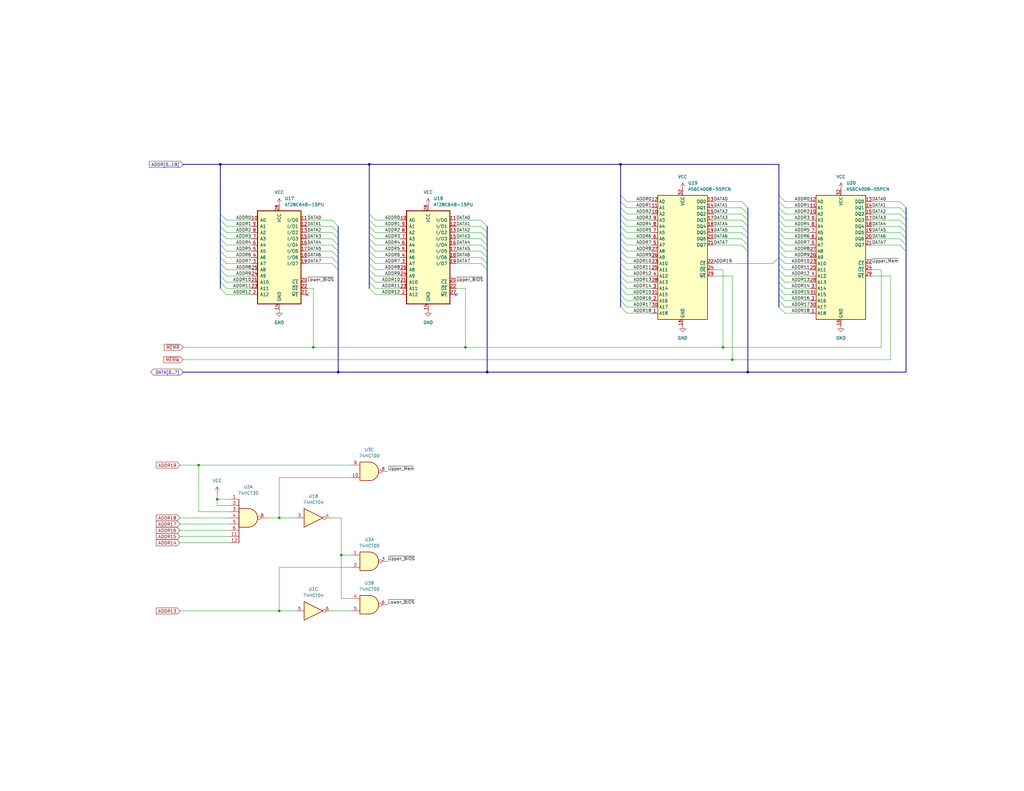
<source format=kicad_sch>
(kicad_sch (version 20231120) (generator "eeschema") (generator_version "8.0")
  (paper "User" 419.1 323.85)
  (title_block (title "8088 Breadboard Computer") (date "2024-11-13") (rev "A") (company "St. Lawrence University") (comment 1 "Author: Kevin Angstadt"))
  (lib_symbols
    (symbol "74xx:74HCT00" (pin_names (offset 1.016))
      (property "Reference" "U" (at 0 1.27 0))
      (property "Value" "74HCT00" (at 0 -1.27 0))
      (symbol "74HCT00_1_1"
        (arc (start 0 -3.81) (mid 3.7934 0) (end 0 3.81) (stroke (width 0.254)) (fill (type background)))
        (polyline (pts (xy 0 3.81) (xy -3.81 3.81) (xy -3.81 -3.81) (xy 0 -3.81)) (stroke (width 0.254)) (fill (type background)))
        (pin input line (at -7.62 2.54 0) (length 3.81) (name "~") (number "1"))
        (pin input line (at -7.62 -2.54 0) (length 3.81) (name "~") (number "2"))
        (pin output inverted (at 7.62 0 180) (length 3.81) (name "~") (number "3"))
      )
      (symbol "74HCT00_1_2"
        (arc (start -3.81 -3.81) (mid -2.589 0) (end -3.81 3.81) (stroke (width 0.254)))
        (arc (start -0.6096 -3.81) (mid 2.1842 -2.5851) (end 3.81 0) (stroke (width 0.254)) (fill (type background)))
        (polyline (pts (xy -3.81 -3.81) (xy -0.635 -3.81)) (stroke (width 0.254)) (fill (type background)))
        (polyline (pts (xy -3.81 3.81) (xy -0.635 3.81)) (stroke (width 0.254)) (fill (type background)))
        (polyline (pts (xy -0.635 3.81) (xy -3.81 3.81) (xy -3.81 3.81) (xy -3.556 3.4036) (xy -3.0226 2.2606) (xy -2.6924 1.0414) (xy -2.6162 -0.254) (xy -2.7686 -1.4986) (xy -3.175 -2.7178) (xy -3.81 -3.81) (xy -3.81 -3.81) (xy -0.635 -3.81)) (stroke (width -25.4)) (fill (type background)))
        (arc (start 3.81 0) (mid 2.1915 2.5936) (end -0.6096 3.81) (stroke (width 0.254)) (fill (type background)))
        (pin input inverted (at -7.62 2.54 0) (length 4.318) (name "~") (number "1"))
        (pin input inverted (at -7.62 -2.54 0) (length 4.318) (name "~") (number "2"))
        (pin output line (at 7.62 0 180) (length 3.81) (name "~") (number "3"))
      )
      (symbol "74HCT00_2_1"
        (arc (start 0 -3.81) (mid 3.7934 0) (end 0 3.81) (stroke (width 0.254)) (fill (type background)))
        (polyline (pts (xy 0 3.81) (xy -3.81 3.81) (xy -3.81 -3.81) (xy 0 -3.81)) (stroke (width 0.254)) (fill (type background)))
        (pin input line (at -7.62 2.54 0) (length 3.81) (name "~") (number "4"))
        (pin input line (at -7.62 -2.54 0) (length 3.81) (name "~") (number "5"))
        (pin output inverted (at 7.62 0 180) (length 3.81) (name "~") (number "6"))
      )
      (symbol "74HCT00_2_2"
        (arc (start -3.81 -3.81) (mid -2.589 0) (end -3.81 3.81) (stroke (width 0.254)))
        (arc (start -0.6096 -3.81) (mid 2.1842 -2.5851) (end 3.81 0) (stroke (width 0.254)) (fill (type background)))
        (polyline (pts (xy -3.81 -3.81) (xy -0.635 -3.81)) (stroke (width 0.254)) (fill (type background)))
        (polyline (pts (xy -3.81 3.81) (xy -0.635 3.81)) (stroke (width 0.254)) (fill (type background)))
        (polyline (pts (xy -0.635 3.81) (xy -3.81 3.81) (xy -3.81 3.81) (xy -3.556 3.4036) (xy -3.0226 2.2606) (xy -2.6924 1.0414) (xy -2.6162 -0.254) (xy -2.7686 -1.4986) (xy -3.175 -2.7178) (xy -3.81 -3.81) (xy -3.81 -3.81) (xy -0.635 -3.81)) (stroke (width -25.4)) (fill (type background)))
        (arc (start 3.81 0) (mid 2.1915 2.5936) (end -0.6096 3.81) (stroke (width 0.254)) (fill (type background)))
        (pin input inverted (at -7.62 2.54 0) (length 4.318) (name "~") (number "4"))
        (pin input inverted (at -7.62 -2.54 0) (length 4.318) (name "~") (number "5"))
        (pin output line (at 7.62 0 180) (length 3.81) (name "~") (number "6"))
      )
      (symbol "74HCT00_3_1"
        (arc (start 0 -3.81) (mid 3.7934 0) (end 0 3.81) (stroke (width 0.254)) (fill (type background)))
        (polyline (pts (xy 0 3.81) (xy -3.81 3.81) (xy -3.81 -3.81) (xy 0 -3.81)) (stroke (width 0.254)) (fill (type background)))
        (pin input line (at -7.62 -2.54 0) (length 3.81) (name "~") (number "10"))
        (pin output inverted (at 7.62 0 180) (length 3.81) (name "~") (number "8"))
        (pin input line (at -7.62 2.54 0) (length 3.81) (name "~") (number "9"))
      )
      (symbol "74HCT00_3_2"
        (arc (start -3.81 -3.81) (mid -2.589 0) (end -3.81 3.81) (stroke (width 0.254)))
        (arc (start -0.6096 -3.81) (mid 2.1842 -2.5851) (end 3.81 0) (stroke (width 0.254)) (fill (type background)))
        (polyline (pts (xy -3.81 -3.81) (xy -0.635 -3.81)) (stroke (width 0.254)) (fill (type background)))
        (polyline (pts (xy -3.81 3.81) (xy -0.635 3.81)) (stroke (width 0.254)) (fill (type background)))
        (polyline (pts (xy -0.635 3.81) (xy -3.81 3.81) (xy -3.81 3.81) (xy -3.556 3.4036) (xy -3.0226 2.2606) (xy -2.6924 1.0414) (xy -2.6162 -0.254) (xy -2.7686 -1.4986) (xy -3.175 -2.7178) (xy -3.81 -3.81) (xy -3.81 -3.81) (xy -0.635 -3.81)) (stroke (width -25.4)) (fill (type background)))
        (arc (start 3.81 0) (mid 2.1915 2.5936) (end -0.6096 3.81) (stroke (width 0.254)) (fill (type background)))
        (pin input inverted (at -7.62 -2.54 0) (length 4.318) (name "~") (number "10"))
        (pin output line (at 7.62 0 180) (length 3.81) (name "~") (number "8"))
        (pin input inverted (at -7.62 2.54 0) (length 4.318) (name "~") (number "9"))
      )
      (symbol "74HCT00_4_1"
        (arc (start 0 -3.81) (mid 3.7934 0) (end 0 3.81) (stroke (width 0.254)) (fill (type background)))
        (polyline (pts (xy 0 3.81) (xy -3.81 3.81) (xy -3.81 -3.81) (xy 0 -3.81)) (stroke (width 0.254)) (fill (type background)))
        (pin output inverted (at 7.62 0 180) (length 3.81) (name "~") (number "11"))
        (pin input line (at -7.62 2.54 0) (length 3.81) (name "~") (number "12"))
        (pin input line (at -7.62 -2.54 0) (length 3.81) (name "~") (number "13"))
      )
      (symbol "74HCT00_4_2"
        (arc (start -3.81 -3.81) (mid -2.589 0) (end -3.81 3.81) (stroke (width 0.254)))
        (arc (start -0.6096 -3.81) (mid 2.1842 -2.5851) (end 3.81 0) (stroke (width 0.254)) (fill (type background)))
        (polyline (pts (xy -3.81 -3.81) (xy -0.635 -3.81)) (stroke (width 0.254)) (fill (type background)))
        (polyline (pts (xy -3.81 3.81) (xy -0.635 3.81)) (stroke (width 0.254)) (fill (type background)))
        (polyline (pts (xy -0.635 3.81) (xy -3.81 3.81) (xy -3.81 3.81) (xy -3.556 3.4036) (xy -3.0226 2.2606) (xy -2.6924 1.0414) (xy -2.6162 -0.254) (xy -2.7686 -1.4986) (xy -3.175 -2.7178) (xy -3.81 -3.81) (xy -3.81 -3.81) (xy -0.635 -3.81)) (stroke (width -25.4)) (fill (type background)))
        (arc (start 3.81 0) (mid 2.1915 2.5936) (end -0.6096 3.81) (stroke (width 0.254)) (fill (type background)))
        (pin output line (at 7.62 0 180) (length 3.81) (name "~") (number "11"))
        (pin input inverted (at -7.62 2.54 0) (length 4.318) (name "~") (number "12"))
        (pin input inverted (at -7.62 -2.54 0) (length 4.318) (name "~") (number "13"))
      )
      (symbol "74HCT00_5_0"
        (pin power_in line (at 0 12.7 270) (length 5.08) (name "VCC") (number "14"))
        (pin power_in line (at 0 -12.7 90) (length 5.08) (name "GND") (number "7"))
      )
      (symbol "74HCT00_5_1"
        (rectangle (start -5.08 7.62) (end 5.08 -7.62) (stroke (width 0.254)) (fill (type background)))
      )
    )
    (symbol "74xx:74HCT04"
      (property "Reference" "U" (at 0 1.27 0))
      (property "Value" "74HCT04" (at 0 -1.27 0))
      (symbol "74HCT04_1_0"
        (polyline (pts (xy -3.81 3.81) (xy -3.81 -3.81) (xy 3.81 0) (xy -3.81 3.81)) (stroke (width 0.254)) (fill (type background)))
        (pin input line (at -7.62 0 0) (length 3.81) (name "~") (number "1"))
        (pin output inverted (at 7.62 0 180) (length 3.81) (name "~") (number "2"))
      )
      (symbol "74HCT04_2_0"
        (polyline (pts (xy -3.81 3.81) (xy -3.81 -3.81) (xy 3.81 0) (xy -3.81 3.81)) (stroke (width 0.254)) (fill (type background)))
        (pin input line (at -7.62 0 0) (length 3.81) (name "~") (number "3"))
        (pin output inverted (at 7.62 0 180) (length 3.81) (name "~") (number "4"))
      )
      (symbol "74HCT04_3_0"
        (polyline (pts (xy -3.81 3.81) (xy -3.81 -3.81) (xy 3.81 0) (xy -3.81 3.81)) (stroke (width 0.254)) (fill (type background)))
        (pin input line (at -7.62 0 0) (length 3.81) (name "~") (number "5"))
        (pin output inverted (at 7.62 0 180) (length 3.81) (name "~") (number "6"))
      )
      (symbol "74HCT04_4_0"
        (polyline (pts (xy -3.81 3.81) (xy -3.81 -3.81) (xy 3.81 0) (xy -3.81 3.81)) (stroke (width 0.254)) (fill (type background)))
        (pin output inverted (at 7.62 0 180) (length 3.81) (name "~") (number "8"))
        (pin input line (at -7.62 0 0) (length 3.81) (name "~") (number "9"))
      )
      (symbol "74HCT04_5_0"
        (polyline (pts (xy -3.81 3.81) (xy -3.81 -3.81) (xy 3.81 0) (xy -3.81 3.81)) (stroke (width 0.254)) (fill (type background)))
        (pin output inverted (at 7.62 0 180) (length 3.81) (name "~") (number "10"))
        (pin input line (at -7.62 0 0) (length 3.81) (name "~") (number "11"))
      )
      (symbol "74HCT04_6_0"
        (polyline (pts (xy -3.81 3.81) (xy -3.81 -3.81) (xy 3.81 0) (xy -3.81 3.81)) (stroke (width 0.254)) (fill (type background)))
        (pin output inverted (at 7.62 0 180) (length 3.81) (name "~") (number "12"))
        (pin input line (at -7.62 0 0) (length 3.81) (name "~") (number "13"))
      )
      (symbol "74HCT04_7_0"
        (pin power_in line (at 0 12.7 270) (length 5.08) (name "VCC") (number "14"))
        (pin power_in line (at 0 -12.7 90) (length 5.08) (name "GND") (number "7"))
      )
      (symbol "74HCT04_7_1"
        (rectangle (start -5.08 7.62) (end 5.08 -7.62) (stroke (width 0.254)) (fill (type background)))
      )
    )
    (symbol "8088_Library:74HCT30" (pin_names (offset 1.016))
      (property "Reference" "U" (at 0 1.27 0))
      (property "Value" "74HCT30" (at 0 -1.27 0))
      (symbol "74HCT30_1_1"
        (arc (start 0 -3.81) (mid 3.7934 0) (end 0 3.81) (stroke (width 0.254)) (fill (type background)))
        (polyline (pts (xy -3.81 7.62) (xy -3.81 -10.16)) (stroke (width 0.254)))
        (polyline (pts (xy 0 3.81) (xy -3.81 3.81) (xy -3.81 -3.81) (xy 0 -3.81)) (stroke (width 0.254)) (fill (type background)))
        (pin input line (at -7.62 7.62 0) (length 3.81) (name "~") (number "1"))
        (pin input line (at -7.62 -7.62 0) (length 3.81) (name "~") (number "11"))
        (pin input line (at -7.62 -10.16 0) (length 3.81) (name "~") (number "12"))
        (pin input line (at -7.62 5.08 0) (length 3.81) (name "~") (number "2"))
        (pin input line (at -7.62 2.54 0) (length 3.81) (name "~") (number "3"))
        (pin input line (at -7.62 0 0) (length 3.81) (name "~") (number "4"))
        (pin input line (at -7.62 -2.54 0) (length 3.81) (name "~") (number "5"))
        (pin input line (at -7.62 -5.08 0) (length 3.81) (name "~") (number "6"))
        (pin output inverted (at 7.62 0 180) (length 3.81) (name "~") (number "8"))
      )
      (symbol "74HCT30_1_2"
        (arc (start -3.81 -3.81) (mid -2.589 0) (end -3.81 3.81) (stroke (width 0.254)))
        (arc (start -0.6096 -3.81) (mid 2.1842 -2.5851) (end 3.81 0) (stroke (width 0.254)) (fill (type background)))
        (polyline (pts (xy -3.81 -3.81) (xy -3.81 -10.16)) (stroke (width 0.254)))
        (polyline (pts (xy -3.81 -3.81) (xy -0.635 -3.81)) (stroke (width 0.254)) (fill (type background)))
        (polyline (pts (xy -3.81 3.81) (xy -0.635 3.81)) (stroke (width 0.254)) (fill (type background)))
        (polyline (pts (xy -3.81 7.62) (xy -3.81 3.81)) (stroke (width 0.254)))
        (polyline (pts (xy -0.635 3.81) (xy -3.81 3.81) (xy -3.81 3.81) (xy -3.556 3.4036) (xy -3.0226 2.2606) (xy -2.6924 1.0414) (xy -2.6162 -0.254) (xy -2.7686 -1.4986) (xy -3.175 -2.7178) (xy -3.81 -3.81) (xy -3.81 -3.81) (xy -0.635 -3.81)) (stroke (width -25.4)) (fill (type background)))
        (arc (start 3.81 0) (mid 2.1915 2.5936) (end -0.6096 3.81) (stroke (width 0.254)) (fill (type background)))
        (pin input inverted (at -7.62 7.62 0) (length 3.81) (name "~") (number "1"))
        (pin input inverted (at -7.62 -7.62 0) (length 3.81) (name "~") (number "11"))
        (pin input inverted (at -7.62 -10.16 0) (length 3.81) (name "~") (number "12"))
        (pin input inverted (at -7.62 5.08 0) (length 3.81) (name "~") (number "2"))
        (pin input inverted (at -7.62 2.54 0) (length 4.5466) (name "~") (number "3"))
        (pin input inverted (at -7.62 0 0) (length 5.08) (name "~") (number "4"))
        (pin input inverted (at -7.62 -2.54 0) (length 4.5466) (name "~") (number "5"))
        (pin input inverted (at -7.62 -5.08 0) (length 3.81) (name "~") (number "6"))
        (pin output line (at 7.62 0 180) (length 3.81) (name "~") (number "8"))
      )
      (symbol "74HCT30_2_0"
        (pin power_in line (at 0 12.7 270) (length 5.08) (name "VCC") (number "14"))
        (pin power_in line (at 0 -12.7 90) (length 5.08) (name "GND") (number "7"))
      )
      (symbol "74HCT30_2_1"
        (rectangle (start -5.08 7.62) (end 5.08 -7.62) (stroke (width 0.254)) (fill (type background)))
      )
    )
    (symbol "8088_Library:AS6C4008-55PCN"
      (property "Reference" "U" (at -10.16 26.035 0))
      (property "Value" "AS6C4008-55PCN" (at 2.54 26.035 0))
      (symbol "AS6C4008-55PCN_0_0"
        (pin power_in line (at 0 -27.94 90) (length 2.54) (name "GND") (number "16"))
        (pin power_in line (at 0 27.94 270) (length 2.54) (name "VCC") (number "32"))
      )
      (symbol "AS6C4008-55PCN_0_1"
        (rectangle (start -10.16 25.4) (end 10.16 -25.4) (stroke (width 0.254)) (fill (type background)))
      )
      (symbol "AS6C4008-55PCN_1_1"
        (pin input line (at -12.7 -22.86 0) (length 2.54) (name "A18") (number "1"))
        (pin input line (at -12.7 17.78 0) (length 2.54) (name "A2") (number "10"))
        (pin input line (at -12.7 20.32 0) (length 2.54) (name "A1") (number "11"))
        (pin input line (at -12.7 22.86 0) (length 2.54) (name "A0") (number "12"))
        (pin tri_state line (at 12.7 22.86 180) (length 2.54) (name "DQ0") (number "13"))
        (pin tri_state line (at 12.7 20.32 180) (length 2.54) (name "DQ1") (number "14"))
        (pin tri_state line (at 12.7 17.78 180) (length 2.54) (name "DQ2") (number "15"))
        (pin tri_state line (at 12.7 15.24 180) (length 2.54) (name "DQ3") (number "17"))
        (pin tri_state line (at 12.7 12.7 180) (length 2.54) (name "DQ4") (number "18"))
        (pin tri_state line (at 12.7 10.16 180) (length 2.54) (name "DQ5") (number "19"))
        (pin input line (at -12.7 -17.78 0) (length 2.54) (name "A16") (number "2"))
        (pin tri_state line (at 12.7 7.62 180) (length 2.54) (name "DQ6") (number "20"))
        (pin tri_state line (at 12.7 5.08 180) (length 2.54) (name "DQ7") (number "21"))
        (pin input line (at 12.7 -2.54 180) (length 2.54) (name "~{CE}") (number "22"))
        (pin input line (at -12.7 -2.54 0) (length 2.54) (name "A10") (number "23"))
        (pin input line (at 12.7 -5.08 180) (length 2.54) (name "~{OE}") (number "24"))
        (pin input line (at -12.7 -5.08 0) (length 2.54) (name "A11") (number "25"))
        (pin input line (at -12.7 0 0) (length 2.54) (name "A9") (number "26"))
        (pin input line (at -12.7 2.54 0) (length 2.54) (name "A8") (number "27"))
        (pin input line (at -12.7 -10.16 0) (length 2.54) (name "A13") (number "28"))
        (pin input line (at 12.7 -7.62 180) (length 2.54) (name "~{WE}") (number "29"))
        (pin input line (at -12.7 -12.7 0) (length 2.54) (name "A14") (number "3"))
        (pin input line (at -12.7 -20.32 0) (length 2.54) (name "A17") (number "30"))
        (pin input line (at -12.7 -15.24 0) (length 2.54) (name "A15") (number "31"))
        (pin input line (at -12.7 -7.62 0) (length 2.54) (name "A12") (number "4"))
        (pin input line (at -12.7 5.08 0) (length 2.54) (name "A7") (number "5"))
        (pin input line (at -12.7 7.62 0) (length 2.54) (name "A6") (number "6"))
        (pin input line (at -12.7 10.16 0) (length 2.54) (name "A5") (number "7"))
        (pin input line (at -12.7 12.7 0) (length 2.54) (name "A4") (number "8"))
        (pin input line (at -12.7 15.24 0) (length 2.54) (name "A3") (number "9"))
      )
    )
    (symbol "8088_Library:AT28C64B-15PU" (pin_names (offset 1.016))
      (property "Reference" "U" (at -9.144 20.32 0))
      (property "Value" "AT28C64B-15PU" (at 1.778 20.32 0))
      (symbol "AT28C64B-15PU_0_0"
        (rectangle (start -8.89 19.05) (end 8.89 -19.05) (stroke (width 0.41)) (fill (type background)))
      )
      (symbol "AT28C64B-15PU_1_0"
        (pin no_connect line (at 11.43 -7.62 180) (length 2.54) hide (name "NC") (number "1"))
        (pin input line (at -11.43 15.24 0) (length 2.54) (name "A0") (number "10"))
        (pin bidirectional line (at 11.43 15.24 180) (length 2.54) (name "I/O0") (number "11"))
        (pin bidirectional line (at 11.43 12.7 180) (length 2.54) (name "I/O1") (number "12"))
        (pin bidirectional line (at 11.43 10.16 180) (length 2.54) (name "I/O2") (number "13"))
        (pin power_in line (at 0 -21.59 90) (length 2.54) (name "GND") (number "14"))
        (pin bidirectional line (at 11.43 7.62 180) (length 2.54) (name "I/O3") (number "15"))
        (pin bidirectional line (at 11.43 5.08 180) (length 2.54) (name "I/O4") (number "16"))
        (pin bidirectional line (at 11.43 2.54 180) (length 2.54) (name "I/O5") (number "17"))
        (pin bidirectional line (at 11.43 0 180) (length 2.54) (name "I/O6") (number "18"))
        (pin bidirectional line (at 11.43 -2.54 180) (length 2.54) (name "I/O7") (number "19"))
        (pin input line (at -11.43 -15.24 0) (length 2.54) (name "A12") (number "2"))
        (pin input line (at 11.43 -10.16 180) (length 2.54) (name "~{CE}") (number "20"))
        (pin input line (at -11.43 -10.16 0) (length 2.54) (name "A10") (number "21"))
        (pin input line (at 11.43 -12.7 180) (length 2.54) (name "~{OE}") (number "22"))
        (pin input line (at -11.43 -12.7 0) (length 2.54) (name "A11") (number "23"))
        (pin input line (at -11.43 -7.62 0) (length 2.54) (name "A9") (number "24"))
        (pin input line (at -11.43 -5.08 0) (length 2.54) (name "A8") (number "25"))
        (pin no_connect line (at 11.43 -5.08 180) (length 2.54) hide (name "NC") (number "26"))
        (pin input line (at 11.43 -15.24 180) (length 2.54) (name "~{WE}") (number "27"))
        (pin power_in line (at 0 21.59 270) (length 2.54) (name "VCC") (number "28"))
        (pin input line (at -11.43 -2.54 0) (length 2.54) (name "A7") (number "3"))
        (pin input line (at -11.43 0 0) (length 2.54) (name "A6") (number "4"))
        (pin input line (at -11.43 2.54 0) (length 2.54) (name "A5") (number "5"))
        (pin input line (at -11.43 5.08 0) (length 2.54) (name "A4") (number "6"))
        (pin input line (at -11.43 7.62 0) (length 2.54) (name "A3") (number "7"))
        (pin input line (at -11.43 10.16 0) (length 2.54) (name "A2") (number "8"))
        (pin input line (at -11.43 12.7 0) (length 2.54) (name "A1") (number "9"))
      )
    )
    (symbol "power:GND" (power) (pin_numbers hide) (pin_names (offset 0) hide)
      (property "Value" "GND" (at 0 -3.81 0))
      (symbol "GND_0_1"
        (polyline (pts (xy 0 0) (xy 0 -1.27) (xy 1.27 -1.27) (xy 0 -2.54) (xy -1.27 -1.27) (xy 0 -1.27)))
      )
      (symbol "GND_1_1"
        (pin power_in line (at 0 0 270) (length 0) (name "~") (number "1"))
      )
    )
    (symbol "power:VCC" (power) (pin_numbers hide) (pin_names (offset 0) hide)
      (property "Value" "VCC" (at 0 3.556 0))
      (symbol "VCC_0_1"
        (polyline (pts (xy -0.762 1.27) (xy 0 2.54)))
        (polyline (pts (xy 0 0) (xy 0 2.54)))
        (polyline (pts (xy 0 2.54) (xy 0.762 1.27)))
      )
      (symbol "VCC_1_1"
        (pin power_in line (at 0 0 90) (length 0) (name "~") (number "1"))
      )
    )
  )
  (junction (at 81.28 190.5))
  (junction (at 306.07 152.4))
  (junction (at 295.91 142.24))
  (junction (at 90.17 67.31))
  (junction (at 114.3 212.09))
  (junction (at 299.72 147.32))
  (junction (at 114.3 250.19))
  (junction (at 139.7 227.33))
  (junction (at 190.5 142.24))
  (junction (at 199.39 152.4))
  (junction (at 151.13 67.31))
  (junction (at 254 67.31))
  (junction (at 128.27 142.24))
  (junction (at 88.9 204.47))
  (junction (at 138.43 152.4))
  (no_connect (at 186.69 120.65))
  (no_connect (at 125.73 120.65))
  (bus_entry (at 370.84 97.79) (size -2.54 -2.54))
  (bus_entry (at 151.13 102.87) (size 2.54 2.54))
  (bus_entry (at 318.77 125.73) (size 2.54 2.54))
  (bus_entry (at 306.07 90.17) (size -2.54 -2.54))
  (bus_entry (at 254 87.63) (size 2.54 2.54))
  (bus_entry (at 138.43 92.71) (size -2.54 -2.54))
  (bus_entry (at 318.77 90.17) (size 2.54 2.54))
  (bus_entry (at 90.17 102.87) (size 2.54 2.54))
  (bus_entry (at 254 82.55) (size 2.54 2.54))
  (bus_entry (at 370.84 102.87) (size -2.54 -2.54))
  (bus_entry (at 254 125.73) (size 2.54 2.54))
  (bus_entry (at 90.17 87.63) (size 2.54 2.54))
  (bus_entry (at 254 100.33) (size 2.54 2.54))
  (bus_entry (at 151.13 97.79) (size 2.54 2.54))
  (bus_entry (at 318.77 100.33) (size 2.54 2.54))
  (bus_entry (at 90.17 92.71) (size 2.54 2.54))
  (bus_entry (at 90.17 118.11) (size 2.54 2.54))
  (bus_entry (at 151.13 107.95) (size 2.54 2.54))
  (bus_entry (at 254 80.01) (size 2.54 2.54))
  (bus_entry (at 318.77 102.87) (size 2.54 2.54))
  (bus_entry (at 90.17 107.95) (size 2.54 2.54))
  (bus_entry (at 151.13 90.17) (size 2.54 2.54))
  (bus_entry (at 151.13 115.57) (size 2.54 2.54))
  (bus_entry (at 254 85.09) (size 2.54 2.54))
  (bus_entry (at 254 92.71) (size 2.54 2.54))
  (bus_entry (at 306.07 102.87) (size -2.54 -2.54))
  (bus_entry (at 199.39 97.79) (size -2.54 -2.54))
  (bus_entry (at 90.17 90.17) (size 2.54 2.54))
  (bus_entry (at 151.13 92.71) (size 2.54 2.54))
  (bus_entry (at 306.07 92.71) (size -2.54 -2.54))
  (bus_entry (at 318.77 92.71) (size 2.54 2.54))
  (bus_entry (at 370.84 87.63) (size -2.54 -2.54))
  (bus_entry (at 254 123.19) (size 2.54 2.54))
  (bus_entry (at 318.77 113.03) (size 2.54 2.54))
  (bus_entry (at 318.77 95.25) (size 2.54 2.54))
  (bus_entry (at 306.07 97.79) (size -2.54 -2.54))
  (bus_entry (at 138.43 110.49) (size -2.54 -2.54))
  (bus_entry (at 254 105.41) (size 2.54 2.54))
  (bus_entry (at 151.13 105.41) (size 2.54 2.54))
  (bus_entry (at 318.77 105.41) (size 2.54 2.54))
  (bus_entry (at 138.43 100.33) (size -2.54 -2.54))
  (bus_entry (at 90.17 95.25) (size 2.54 2.54))
  (bus_entry (at 199.39 107.95) (size -2.54 -2.54))
  (bus_entry (at 318.77 97.79) (size 2.54 2.54))
  (bus_entry (at 254 90.17) (size 2.54 2.54))
  (bus_entry (at 254 107.95) (size 2.54 2.54))
  (bus_entry (at 199.39 95.25) (size -2.54 -2.54))
  (bus_entry (at 318.77 87.63) (size 2.54 2.54))
  (bus_entry (at 138.43 97.79) (size -2.54 -2.54))
  (bus_entry (at 370.84 95.25) (size -2.54 -2.54))
  (bus_entry (at 151.13 100.33) (size 2.54 2.54))
  (bus_entry (at 254 102.87) (size 2.54 2.54))
  (bus_entry (at 254 118.11) (size 2.54 2.54))
  (bus_entry (at 138.43 107.95) (size -2.54 -2.54))
  (bus_entry (at 318.77 82.55) (size 2.54 2.54))
  (bus_entry (at 90.17 113.03) (size 2.54 2.54))
  (bus_entry (at 138.43 105.41) (size -2.54 -2.54))
  (bus_entry (at 318.77 110.49) (size 2.54 2.54))
  (bus_entry (at 151.13 95.25) (size 2.54 2.54))
  (bus_entry (at 318.77 118.11) (size 2.54 2.54))
  (bus_entry (at 318.77 120.65) (size 2.54 2.54))
  (bus_entry (at 90.17 100.33) (size 2.54 2.54))
  (bus_entry (at 306.07 95.25) (size -2.54 -2.54))
  (bus_entry (at 199.39 100.33) (size -2.54 -2.54))
  (bus_entry (at 90.17 105.41) (size 2.54 2.54))
  (bus_entry (at 318.77 107.95) (size 2.54 2.54))
  (bus_entry (at 199.39 102.87) (size -2.54 -2.54))
  (bus_entry (at 151.13 118.11) (size 2.54 2.54))
  (bus_entry (at 151.13 113.03) (size 2.54 2.54))
  (bus_entry (at 199.39 110.49) (size -2.54 -2.54))
  (bus_entry (at 138.43 102.87) (size -2.54 -2.54))
  (bus_entry (at 318.77 80.01) (size 2.54 2.54))
  (bus_entry (at 151.13 110.49) (size 2.54 2.54))
  (bus_entry (at 370.84 92.71) (size -2.54 -2.54))
  (bus_entry (at 199.39 92.71) (size -2.54 -2.54))
  (bus_entry (at 306.07 100.33) (size -2.54 -2.54))
  (bus_entry (at 318.77 105.41) (size -2.54 2.54))
  (bus_entry (at 254 110.49) (size 2.54 2.54))
  (bus_entry (at 90.17 115.57) (size 2.54 2.54))
  (bus_entry (at 370.84 90.17) (size -2.54 -2.54))
  (bus_entry (at 90.17 97.79) (size 2.54 2.54))
  (bus_entry (at 254 115.57) (size 2.54 2.54))
  (bus_entry (at 306.07 85.09) (size -2.54 -2.54))
  (bus_entry (at 90.17 110.49) (size 2.54 2.54))
  (bus_entry (at 370.84 100.33) (size -2.54 -2.54))
  (bus_entry (at 318.77 123.19) (size 2.54 2.54))
  (bus_entry (at 254 120.65) (size 2.54 2.54))
  (bus_entry (at 151.13 87.63) (size 2.54 2.54))
  (bus_entry (at 306.07 87.63) (size -2.54 -2.54))
  (bus_entry (at 138.43 95.25) (size -2.54 -2.54))
  (bus_entry (at 254 113.03) (size 2.54 2.54))
  (bus_entry (at 318.77 115.57) (size 2.54 2.54))
  (bus_entry (at 199.39 105.41) (size -2.54 -2.54))
  (bus_entry (at 370.84 85.09) (size -2.54 -2.54))
  (bus_entry (at 318.77 85.09) (size 2.54 2.54))
  (bus_entry (at 254 95.25) (size 2.54 2.54))
  (bus_entry (at 254 97.79) (size 2.54 2.54))
  (wire (pts (xy 256.54 125.73) (xy 266.7 125.73)))
  (bus (pts (xy 306.07 100.33) (xy 306.07 102.87)))
  (bus (pts (xy 90.17 95.25) (xy 90.17 97.79)))
  (wire (pts (xy 321.31 120.65) (xy 331.47 120.65)))
  (bus (pts (xy 318.77 123.19) (xy 318.77 125.73)))
  (wire (pts (xy 364.49 113.03) (xy 356.87 113.03)))
  (bus (pts (xy 254 110.49) (xy 254 113.03)))
  (wire (pts (xy 92.71 102.87) (xy 102.87 102.87)))
  (wire (pts (xy 153.67 105.41) (xy 163.83 105.41)))
  (wire (pts (xy 295.91 110.49) (xy 295.91 142.24)))
  (bus (pts (xy 138.43 105.41) (xy 138.43 107.95)))
  (bus (pts (xy 318.77 82.55) (xy 318.77 85.09)))
  (wire (pts (xy 321.31 128.27) (xy 331.47 128.27)))
  (wire (pts (xy 256.54 97.79) (xy 266.7 97.79)))
  (bus (pts (xy 370.84 87.63) (xy 370.84 90.17)))
  (wire (pts (xy 143.51 245.11) (xy 139.7 245.11)))
  (wire (pts (xy 92.71 110.49) (xy 102.87 110.49)))
  (bus (pts (xy 306.07 90.17) (xy 306.07 92.71)))
  (wire (pts (xy 356.87 92.71) (xy 368.3 92.71)))
  (wire (pts (xy 153.67 115.57) (xy 163.83 115.57)))
  (wire (pts (xy 360.68 142.24) (xy 360.68 110.49)))
  (bus (pts (xy 306.07 152.4) (xy 370.84 152.4)))
  (bus (pts (xy 254 118.11) (xy 254 120.65)))
  (wire (pts (xy 73.66 219.71) (xy 93.98 219.71)))
  (wire (pts (xy 92.71 105.41) (xy 102.87 105.41)))
  (wire (pts (xy 73.66 190.5) (xy 81.28 190.5)))
  (bus (pts (xy 151.13 95.25) (xy 151.13 97.79)))
  (wire (pts (xy 256.54 113.03) (xy 266.7 113.03)))
  (wire (pts (xy 321.31 100.33) (xy 331.47 100.33)))
  (wire (pts (xy 292.1 87.63) (xy 303.53 87.63)))
  (bus (pts (xy 90.17 90.17) (xy 90.17 92.71)))
  (bus (pts (xy 306.07 87.63) (xy 306.07 90.17)))
  (wire (pts (xy 186.69 107.95) (xy 196.85 107.95)))
  (bus (pts (xy 90.17 67.31) (xy 90.17 87.63)))
  (bus (pts (xy 74.93 67.31) (xy 90.17 67.31)))
  (wire (pts (xy 73.66 214.63) (xy 93.98 214.63)))
  (wire (pts (xy 153.67 92.71) (xy 163.83 92.71)))
  (wire (pts (xy 92.71 113.03) (xy 102.87 113.03)))
  (bus (pts (xy 318.77 97.79) (xy 318.77 100.33)))
  (wire (pts (xy 292.1 97.79) (xy 303.53 97.79)))
  (wire (pts (xy 356.87 95.25) (xy 368.3 95.25)))
  (bus (pts (xy 151.13 97.79) (xy 151.13 100.33)))
  (bus (pts (xy 254 120.65) (xy 254 123.19)))
  (wire (pts (xy 186.69 102.87) (xy 196.85 102.87)))
  (wire (pts (xy 81.28 190.5) (xy 143.51 190.5)))
  (wire (pts (xy 256.54 85.09) (xy 266.7 85.09)))
  (wire (pts (xy 256.54 102.87) (xy 266.7 102.87)))
  (wire (pts (xy 92.71 107.95) (xy 102.87 107.95)))
  (bus (pts (xy 138.43 95.25) (xy 138.43 97.79)))
  (wire (pts (xy 364.49 147.32) (xy 364.49 113.03)))
  (wire (pts (xy 143.51 232.41) (xy 114.3 232.41)))
  (wire (pts (xy 93.98 207.01) (xy 88.9 207.01)))
  (bus (pts (xy 318.77 102.87) (xy 318.77 105.41)))
  (bus (pts (xy 74.93 152.4) (xy 138.43 152.4)))
  (wire (pts (xy 321.31 82.55) (xy 331.47 82.55)))
  (bus (pts (xy 370.84 95.25) (xy 370.84 97.79)))
  (wire (pts (xy 125.73 92.71) (xy 135.89 92.71)))
  (wire (pts (xy 128.27 118.11) (xy 125.73 118.11)))
  (wire (pts (xy 299.72 113.03) (xy 292.1 113.03)))
  (wire (pts (xy 256.54 100.33) (xy 266.7 100.33)))
  (wire (pts (xy 292.1 92.71) (xy 303.53 92.71)))
  (bus (pts (xy 90.17 97.79) (xy 90.17 100.33)))
  (wire (pts (xy 153.67 95.25) (xy 163.83 95.25)))
  (wire (pts (xy 292.1 82.55) (xy 303.53 82.55)))
  (wire (pts (xy 190.5 118.11) (xy 190.5 142.24)))
  (wire (pts (xy 295.91 110.49) (xy 292.1 110.49)))
  (bus (pts (xy 370.84 85.09) (xy 370.84 87.63)))
  (wire (pts (xy 321.31 118.11) (xy 331.47 118.11)))
  (wire (pts (xy 128.27 142.24) (xy 190.5 142.24)))
  (bus (pts (xy 199.39 95.25) (xy 199.39 97.79)))
  (bus (pts (xy 138.43 152.4) (xy 199.39 152.4)))
  (bus (pts (xy 318.77 120.65) (xy 318.77 123.19)))
  (wire (pts (xy 321.31 102.87) (xy 331.47 102.87)))
  (bus (pts (xy 254 90.17) (xy 254 92.71)))
  (wire (pts (xy 93.98 204.47) (xy 88.9 204.47)))
  (bus (pts (xy 254 100.33) (xy 254 102.87)))
  (bus (pts (xy 254 92.71) (xy 254 95.25)))
  (bus (pts (xy 254 102.87) (xy 254 105.41)))
  (bus (pts (xy 318.77 80.01) (xy 318.77 82.55)))
  (bus (pts (xy 151.13 115.57) (xy 151.13 118.11)))
  (wire (pts (xy 125.73 97.79) (xy 135.89 97.79)))
  (bus (pts (xy 90.17 107.95) (xy 90.17 110.49)))
  (wire (pts (xy 125.73 105.41) (xy 135.89 105.41)))
  (wire (pts (xy 92.71 120.65) (xy 102.87 120.65)))
  (wire (pts (xy 295.91 142.24) (xy 360.68 142.24)))
  (wire (pts (xy 92.71 95.25) (xy 102.87 95.25)))
  (bus (pts (xy 151.13 67.31) (xy 254 67.31)))
  (wire (pts (xy 81.28 190.5) (xy 81.28 209.55)))
  (bus (pts (xy 254 97.79) (xy 254 100.33)))
  (bus (pts (xy 151.13 92.71) (xy 151.13 95.25)))
  (bus (pts (xy 318.77 67.31) (xy 318.77 80.01)))
  (bus (pts (xy 138.43 100.33) (xy 138.43 102.87)))
  (wire (pts (xy 321.31 87.63) (xy 331.47 87.63)))
  (wire (pts (xy 321.31 85.09) (xy 331.47 85.09)))
  (bus (pts (xy 318.77 115.57) (xy 318.77 118.11)))
  (bus (pts (xy 370.84 102.87) (xy 370.84 152.4)))
  (wire (pts (xy 256.54 82.55) (xy 266.7 82.55)))
  (bus (pts (xy 151.13 105.41) (xy 151.13 107.95)))
  (bus (pts (xy 318.77 107.95) (xy 318.77 110.49)))
  (bus (pts (xy 151.13 102.87) (xy 151.13 105.41)))
  (wire (pts (xy 256.54 90.17) (xy 266.7 90.17)))
  (wire (pts (xy 321.31 92.71) (xy 331.47 92.71)))
  (wire (pts (xy 321.31 113.03) (xy 331.47 113.03)))
  (bus (pts (xy 306.07 102.87) (xy 306.07 152.4)))
  (bus (pts (xy 254 95.25) (xy 254 97.79)))
  (bus (pts (xy 254 82.55) (xy 254 85.09)))
  (wire (pts (xy 256.54 120.65) (xy 266.7 120.65)))
  (wire (pts (xy 73.66 212.09) (xy 93.98 212.09)))
  (wire (pts (xy 139.7 245.11) (xy 139.7 227.33)))
  (bus (pts (xy 318.77 113.03) (xy 318.77 115.57)))
  (wire (pts (xy 356.87 82.55) (xy 368.3 82.55)))
  (bus (pts (xy 306.07 97.79) (xy 306.07 100.33)))
  (bus (pts (xy 254 113.03) (xy 254 115.57)))
  (bus (pts (xy 254 105.41) (xy 254 107.95)))
  (wire (pts (xy 321.31 115.57) (xy 331.47 115.57)))
  (wire (pts (xy 128.27 118.11) (xy 128.27 142.24)))
  (bus (pts (xy 254 123.19) (xy 254 125.73)))
  (wire (pts (xy 321.31 95.25) (xy 331.47 95.25)))
  (wire (pts (xy 321.31 125.73) (xy 331.47 125.73)))
  (bus (pts (xy 318.77 95.25) (xy 318.77 97.79)))
  (bus (pts (xy 151.13 90.17) (xy 151.13 92.71)))
  (wire (pts (xy 73.66 217.17) (xy 93.98 217.17)))
  (wire (pts (xy 356.87 100.33) (xy 368.3 100.33)))
  (wire (pts (xy 92.71 97.79) (xy 102.87 97.79)))
  (bus (pts (xy 199.39 110.49) (xy 199.39 152.4)))
  (wire (pts (xy 256.54 92.71) (xy 266.7 92.71)))
  (bus (pts (xy 90.17 67.31) (xy 151.13 67.31)))
  (wire (pts (xy 256.54 107.95) (xy 266.7 107.95)))
  (bus (pts (xy 90.17 110.49) (xy 90.17 113.03)))
  (wire (pts (xy 73.66 222.25) (xy 93.98 222.25)))
  (wire (pts (xy 114.3 195.58) (xy 114.3 212.09)))
  (bus (pts (xy 138.43 107.95) (xy 138.43 110.49)))
  (wire (pts (xy 92.71 100.33) (xy 102.87 100.33)))
  (wire (pts (xy 153.67 120.65) (xy 163.83 120.65)))
  (wire (pts (xy 74.93 142.24) (xy 128.27 142.24)))
  (wire (pts (xy 93.98 209.55) (xy 81.28 209.55)))
  (wire (pts (xy 256.54 123.19) (xy 266.7 123.19)))
  (bus (pts (xy 90.17 113.03) (xy 90.17 115.57)))
  (wire (pts (xy 92.71 115.57) (xy 102.87 115.57)))
  (wire (pts (xy 186.69 95.25) (xy 196.85 95.25)))
  (wire (pts (xy 74.93 147.32) (xy 299.72 147.32)))
  (wire (pts (xy 360.68 110.49) (xy 356.87 110.49)))
  (wire (pts (xy 88.9 204.47) (xy 88.9 201.93)))
  (bus (pts (xy 151.13 100.33) (xy 151.13 102.87)))
  (wire (pts (xy 321.31 123.19) (xy 331.47 123.19)))
  (bus (pts (xy 318.77 118.11) (xy 318.77 120.65)))
  (wire (pts (xy 256.54 118.11) (xy 266.7 118.11)))
  (bus (pts (xy 318.77 92.71) (xy 318.77 95.25)))
  (wire (pts (xy 125.73 90.17) (xy 135.89 90.17)))
  (wire (pts (xy 114.3 232.41) (xy 114.3 250.19)))
  (wire (pts (xy 73.66 250.19) (xy 114.3 250.19)))
  (bus (pts (xy 199.39 105.41) (xy 199.39 107.95)))
  (bus (pts (xy 90.17 115.57) (xy 90.17 118.11)))
  (bus (pts (xy 254 67.31) (xy 318.77 67.31)))
  (bus (pts (xy 138.43 110.49) (xy 138.43 152.4)))
  (wire (pts (xy 256.54 115.57) (xy 266.7 115.57)))
  (bus (pts (xy 151.13 67.31) (xy 151.13 87.63)))
  (wire (pts (xy 321.31 105.41) (xy 331.47 105.41)))
  (wire (pts (xy 114.3 212.09) (xy 120.65 212.09)))
  (wire (pts (xy 186.69 105.41) (xy 196.85 105.41)))
  (wire (pts (xy 299.72 147.32) (xy 364.49 147.32)))
  (wire (pts (xy 114.3 250.19) (xy 120.65 250.19)))
  (wire (pts (xy 321.31 107.95) (xy 331.47 107.95)))
  (wire (pts (xy 292.1 85.09) (xy 303.53 85.09)))
  (bus (pts (xy 199.39 152.4) (xy 306.07 152.4)))
  (wire (pts (xy 139.7 212.09) (xy 139.7 227.33)))
  (bus (pts (xy 254 80.01) (xy 254 82.55)))
  (wire (pts (xy 153.67 97.79) (xy 163.83 97.79)))
  (wire (pts (xy 316.23 107.95) (xy 292.1 107.95)))
  (bus (pts (xy 151.13 87.63) (xy 151.13 90.17)))
  (bus (pts (xy 306.07 85.09) (xy 306.07 87.63)))
  (wire (pts (xy 186.69 97.79) (xy 196.85 97.79)))
  (wire (pts (xy 321.31 97.79) (xy 331.47 97.79)))
  (bus (pts (xy 318.77 90.17) (xy 318.77 92.71)))
  (wire (pts (xy 292.1 90.17) (xy 303.53 90.17)))
  (wire (pts (xy 153.67 90.17) (xy 163.83 90.17)))
  (bus (pts (xy 318.77 105.41) (xy 318.77 107.95)))
  (bus (pts (xy 254 85.09) (xy 254 87.63)))
  (wire (pts (xy 356.87 97.79) (xy 368.3 97.79)))
  (wire (pts (xy 125.73 107.95) (xy 135.89 107.95)))
  (bus (pts (xy 370.84 92.71) (xy 370.84 95.25)))
  (bus (pts (xy 370.84 97.79) (xy 370.84 100.33)))
  (wire (pts (xy 292.1 100.33) (xy 303.53 100.33)))
  (wire (pts (xy 135.89 250.19) (xy 143.51 250.19)))
  (bus (pts (xy 306.07 92.71) (xy 306.07 95.25)))
  (bus (pts (xy 254 67.31) (xy 254 80.01)))
  (wire (pts (xy 153.67 100.33) (xy 163.83 100.33)))
  (wire (pts (xy 109.22 212.09) (xy 114.3 212.09)))
  (wire (pts (xy 92.71 118.11) (xy 102.87 118.11)))
  (wire (pts (xy 153.67 113.03) (xy 163.83 113.03)))
  (wire (pts (xy 356.87 87.63) (xy 368.3 87.63)))
  (wire (pts (xy 186.69 100.33) (xy 196.85 100.33)))
  (bus (pts (xy 254 87.63) (xy 254 90.17)))
  (wire (pts (xy 139.7 227.33) (xy 143.51 227.33)))
  (wire (pts (xy 256.54 95.25) (xy 266.7 95.25)))
  (wire (pts (xy 135.89 212.09) (xy 139.7 212.09)))
  (wire (pts (xy 190.5 118.11) (xy 186.69 118.11)))
  (bus (pts (xy 254 107.95) (xy 254 110.49)))
  (wire (pts (xy 143.51 195.58) (xy 114.3 195.58)))
  (bus (pts (xy 318.77 87.63) (xy 318.77 90.17)))
  (wire (pts (xy 92.71 92.71) (xy 102.87 92.71)))
  (wire (pts (xy 92.71 90.17) (xy 102.87 90.17)))
  (bus (pts (xy 199.39 107.95) (xy 199.39 110.49)))
  (bus (pts (xy 138.43 102.87) (xy 138.43 105.41)))
  (wire (pts (xy 356.87 85.09) (xy 368.3 85.09)))
  (wire (pts (xy 88.9 204.47) (xy 88.9 207.01)))
  (wire (pts (xy 190.5 142.24) (xy 295.91 142.24)))
  (wire (pts (xy 256.54 87.63) (xy 266.7 87.63)))
  (bus (pts (xy 138.43 97.79) (xy 138.43 100.33)))
  (bus (pts (xy 199.39 97.79) (xy 199.39 100.33)))
  (wire (pts (xy 186.69 90.17) (xy 196.85 90.17)))
  (wire (pts (xy 186.69 92.71) (xy 196.85 92.71)))
  (bus (pts (xy 90.17 100.33) (xy 90.17 102.87)))
  (bus (pts (xy 90.17 92.71) (xy 90.17 95.25)))
  (wire (pts (xy 125.73 102.87) (xy 135.89 102.87)))
  (bus (pts (xy 138.43 92.71) (xy 138.43 95.25)))
  (bus (pts (xy 370.84 100.33) (xy 370.84 102.87)))
  (wire (pts (xy 256.54 105.41) (xy 266.7 105.41)))
  (bus (pts (xy 199.39 100.33) (xy 199.39 102.87)))
  (bus (pts (xy 151.13 113.03) (xy 151.13 115.57)))
  (wire (pts (xy 153.67 102.87) (xy 163.83 102.87)))
  (bus (pts (xy 90.17 102.87) (xy 90.17 105.41)))
  (wire (pts (xy 292.1 95.25) (xy 303.53 95.25)))
  (bus (pts (xy 306.07 95.25) (xy 306.07 97.79)))
  (wire (pts (xy 125.73 95.25) (xy 135.89 95.25)))
  (bus (pts (xy 199.39 92.71) (xy 199.39 95.25)))
  (wire (pts (xy 256.54 110.49) (xy 266.7 110.49)))
  (bus (pts (xy 199.39 102.87) (xy 199.39 105.41)))
  (bus (pts (xy 90.17 105.41) (xy 90.17 107.95)))
  (wire (pts (xy 321.31 90.17) (xy 331.47 90.17)))
  (wire (pts (xy 153.67 118.11) (xy 163.83 118.11)))
  (wire (pts (xy 356.87 90.17) (xy 368.3 90.17)))
  (wire (pts (xy 321.31 110.49) (xy 331.47 110.49)))
  (bus (pts (xy 318.77 110.49) (xy 318.77 113.03)))
  (bus (pts (xy 90.17 87.63) (xy 90.17 90.17)))
  (wire (pts (xy 153.67 110.49) (xy 163.83 110.49)))
  (wire (pts (xy 256.54 128.27) (xy 266.7 128.27)))
  (wire (pts (xy 125.73 100.33) (xy 135.89 100.33)))
  (wire (pts (xy 153.67 107.95) (xy 163.83 107.95)))
  (bus (pts (xy 151.13 107.95) (xy 151.13 110.49)))
  (wire (pts (xy 299.72 113.03) (xy 299.72 147.32)))
  (bus (pts (xy 254 115.57) (xy 254 118.11)))
  (bus (pts (xy 318.77 85.09) (xy 318.77 87.63)))
  (bus (pts (xy 318.77 100.33) (xy 318.77 102.87)))
  (bus (pts (xy 151.13 110.49) (xy 151.13 113.03)))
  (bus (pts (xy 370.84 90.17) (xy 370.84 92.71)))
  (label "ADDR12" (at 331.47 113.03 180))
  (label "ADDR3" (at 102.87 97.79 180))
  (label "ADDR11" (at 163.83 118.11 180))
  (label "ADDR10" (at 266.7 107.95 180))
  (label "ADDR2" (at 266.7 87.63 180))
  (label "~{Upper_BIOS}" (at 186.69 115.57 0))
  (label "ADDR4" (at 163.83 100.33 180))
  (label "ADDR7" (at 163.83 107.95 180))
  (label "DATA1" (at 356.87 85.09 0))
  (label "ADDR0" (at 163.83 90.17 180))
  (label "DATA3" (at 292.1 90.17 0))
  (label "ADDR7" (at 331.47 100.33 180))
  (label "ADDR11" (at 266.7 110.49 180))
  (label "ADDR1" (at 266.7 85.09 180))
  (label "DATA1" (at 292.1 85.09 0))
  (label "DATA7" (at 356.87 100.33 0))
  (label "DATA3" (at 356.87 90.17 0))
  (label "DATA3" (at 125.73 97.79 0))
  (label "ADDR6" (at 102.87 105.41 180))
  (label "ADDR9" (at 266.7 105.41 180))
  (label "ADDR2" (at 331.47 87.63 180))
  (label "ADDR9" (at 163.83 113.03 180))
  (label "~{Upper_BIOS}" (at 158.75 229.87 0))
  (label "~{Lower_BIOS}" (at 158.75 247.65 0))
  (label "ADDR18" (at 331.47 128.27 180))
  (label "DATA5" (at 356.87 95.25 0))
  (label "ADDR3" (at 331.47 90.17 180))
  (label "ADDR18" (at 266.7 128.27 180))
  (label "DATA5" (at 186.69 102.87 0))
  (label "ADDR4" (at 331.47 92.71 180))
  (label "ADDR10" (at 163.83 115.57 180))
  (label "ADDR3" (at 266.7 90.17 180))
  (label "ADDR0" (at 266.7 82.55 180))
  (label "~{Lower_BIOS}" (at 125.73 115.57 0))
  (label "ADDR7" (at 266.7 100.33 180))
  (label "ADDR14" (at 266.7 118.11 180))
  (label "DATA0" (at 125.73 90.17 0))
  (label "ADDR11" (at 102.87 118.11 180))
  (label "ADDR16" (at 266.7 123.19 180))
  (label "ADDR8" (at 102.87 110.49 180))
  (label "ADDR14" (at 331.47 118.11 180))
  (label "ADDR13" (at 331.47 115.57 180))
  (label "DATA6" (at 125.73 105.41 0))
  (label "ADDR5" (at 163.83 102.87 180))
  (label "DATA6" (at 356.87 97.79 0))
  (label "ADDR12" (at 102.87 120.65 180))
  (label "ADDR5" (at 266.7 95.25 180))
  (label "DATA3" (at 186.69 97.79 0))
  (label "ADDR2" (at 102.87 95.25 180))
  (label "DATA1" (at 186.69 92.71 0))
  (label "DATA5" (at 292.1 95.25 0))
  (label "~{Upper_Mem}" (at 158.75 193.04 0))
  (label "ADDR1" (at 102.87 92.71 180))
  (label "ADDR9" (at 331.47 105.41 180))
  (label "ADDR6" (at 163.83 105.41 180))
  (label "DATA7" (at 186.69 107.95 0))
  (label "ADDR0" (at 331.47 82.55 180))
  (label "ADDR4" (at 266.7 92.71 180))
  (label "ADDR9" (at 102.87 113.03 180))
  (label "DATA2" (at 292.1 87.63 0))
  (label "ADDR10" (at 331.47 107.95 180))
  (label "~{Upper_Mem}" (at 356.87 107.95 0))
  (label "DATA7" (at 292.1 100.33 0))
  (label "DATA4" (at 356.87 92.71 0))
  (label "ADDR7" (at 102.87 107.95 180))
  (label "DATA5" (at 125.73 102.87 0))
  (label "ADDR8" (at 331.47 102.87 180))
  (label "ADDR15" (at 331.47 120.65 180))
  (label "DATA2" (at 125.73 95.25 0))
  (label "ADDR1" (at 163.83 92.71 180))
  (label "DATA6" (at 186.69 105.41 0))
  (label "DATA6" (at 292.1 97.79 0))
  (label "ADDR10" (at 102.87 115.57 180))
  (label "ADDR13" (at 266.7 115.57 180))
  (label "ADDR12" (at 163.83 120.65 180))
  (label "ADDR17" (at 266.7 125.73 180))
  (label "DATA2" (at 356.87 87.63 0))
  (label "DATA0" (at 292.1 82.55 0))
  (label "DATA1" (at 125.73 92.71 0))
  (label "ADDR5" (at 102.87 102.87 180))
  (label "DATA4" (at 186.69 100.33 0))
  (label "ADDR0" (at 102.87 90.17 180))
  (label "ADDR4" (at 102.87 100.33 180))
  (label "ADDR12" (at 266.7 113.03 180))
  (label "ADDR3" (at 163.83 97.79 180))
  (label "ADDR2" (at 163.83 95.25 180))
  (label "ADDR8" (at 163.83 110.49 180))
  (label "ADDR19" (at 292.1 107.95 0))
  (label "ADDR8" (at 266.7 102.87 180))
  (label "DATA0" (at 186.69 90.17 0))
  (label "ADDR17" (at 331.47 125.73 180))
  (label "ADDR11" (at 331.47 110.49 180))
  (label "ADDR6" (at 266.7 97.79 180))
  (label "DATA2" (at 186.69 95.25 0))
  (label "ADDR5" (at 331.47 95.25 180))
  (label "DATA4" (at 125.73 100.33 0))
  (label "ADDR6" (at 331.47 97.79 180))
  (label "ADDR15" (at 266.7 120.65 180))
  (label "DATA0" (at 356.87 82.55 0))
  (label "DATA7" (at 125.73 107.95 0))
  (label "ADDR1" (at 331.47 85.09 180))
  (label "DATA4" (at 292.1 92.71 0))
  (label "ADDR16" (at 331.47 123.19 180))
  (global_label "DATA[0..7]" (shape bidirectional) (at 74.93 152.4 180) (property "Intersheetrefs" "${INTERSHEET_REFS}" (effects (hide yes))))
  (global_label "ADDR19" (shape input) (at 73.66 190.5 180) (property "Intersheetrefs" "${INTERSHEET_REFS}" (effects (hide yes))))
  (global_label "ADDR17" (shape input) (at 73.66 214.63 180) (property "Intersheetrefs" "${INTERSHEET_REFS}" (effects (hide yes))))
  (global_label "ADDR18" (shape input) (at 73.66 212.09 180) (property "Intersheetrefs" "${INTERSHEET_REFS}" (effects (hide yes))))
  (global_label "~{MEMW}" (shape input) (at 74.93 147.32 180) (property "Intersheetrefs" "${INTERSHEET_REFS}" (effects (hide yes))))
  (global_label "ADDR15" (shape input) (at 73.66 219.71 180) (property "Intersheetrefs" "${INTERSHEET_REFS}" (effects (hide yes))))
  (global_label "ADDR16" (shape input) (at 73.66 217.17 180) (property "Intersheetrefs" "${INTERSHEET_REFS}" (effects (hide yes))))
  (global_label "ADDR14" (shape input) (at 73.66 222.25 180) (property "Intersheetrefs" "${INTERSHEET_REFS}" (effects (hide yes))))
  (global_label "~{MEMR}" (shape input) (at 74.93 142.24 180) (property "Intersheetrefs" "${INTERSHEET_REFS}" (effects (hide yes))))
  (global_label "ADDR[0..19]" (shape input) (at 74.93 67.31 180) (property "Intersheetrefs" "${INTERSHEET_REFS}" (effects (hide yes))))
  (global_label "ADDR13" (shape input) (at 73.66 250.19 180) (property "Intersheetrefs" "${INTERSHEET_REFS}" (effects (hide yes))))
  (symbol (lib_id "power:VCC") (at 88.9 201.93 0) (unit 1)
    (property "Reference" "#PWR040" (effects (hide yes)))
    (property "Value" "VCC" (at 88.9 196.85 0))
    (property "Description" "Power symbol creates a global label with name \"VCC\"" (effects (hide yes)))
  )
  (symbol (lib_id "8088_Library:AS6C4008-55PCN") (at 279.4 105.41 0) (unit 1)
    (property "Reference" "U19" (at 281.5941 74.93 0) (effects (justify left)))
    (property "Value" "AS6C4008-55PCN" (at 281.5941 77.47 0) (effects (justify left)))
    (property "Footprint" "Package_DIP:DIP-32_W15.24mm" (effects (hide yes)))
    (property "Datasheet" "https://www.alliancememory.com/wp-content/uploads/pdf/AS6C4008.pdf" (effects (hide yes)))
    (property "Description" "512K x 8 Low Power CMOS RAM, DIP-32" (effects (hide yes)))
  )
  (symbol (lib_id "power:VCC") (at 344.17 77.47 0) (unit 1)
    (property "Reference" "#PWR047" (effects (hide yes)))
    (property "Value" "VCC" (at 344.17 72.39 0))
    (property "Description" "Power symbol creates a global label with name \"VCC\"" (effects (hide yes)))
  )
  (symbol (lib_id "power:GND") (at 279.4 133.35 0) (unit 1)
    (property "Reference" "#PWR046" (effects (hide yes)))
    (property "Value" "GND" (at 279.4 138.43 0))
    (property "Description" "Power symbol creates a global label with name \"GND\" , ground" (effects (hide yes)))
  )
  (symbol (lib_id "power:GND") (at 344.17 133.35 0) (unit 1)
    (property "Reference" "#PWR048" (effects (hide yes)))
    (property "Value" "GND" (at 344.17 138.43 0))
    (property "Description" "Power symbol creates a global label with name \"GND\" , ground" (effects (hide yes)))
  )
  (symbol (lib_id "power:GND") (at 175.26 127 0) (unit 1)
    (property "Reference" "#PWR044" (effects (hide yes)))
    (property "Value" "GND" (at 175.26 132.08 0))
    (property "Description" "Power symbol creates a global label with name \"GND\" , ground" (effects (hide yes)))
  )
  (symbol (lib_id "power:VCC") (at 279.4 77.47 0) (unit 1)
    (property "Reference" "#PWR045" (effects (hide yes)))
    (property "Value" "VCC" (at 279.4 72.39 0))
    (property "Description" "Power symbol creates a global label with name \"VCC\"" (effects (hide yes)))
  )
  (symbol (lib_id "74xx:74HCT00") (at 151.13 229.87 0) (unit 1)
    (property "Reference" "U3" (at 151.1217 220.98 0))
    (property "Value" "74HCT00" (at 151.1217 223.52 0))
    (property "Datasheet" "http://www.ti.com/lit/gpn/sn74hct00" (effects (hide yes)))
    (property "Description" "quad 2-input NAND gate" (effects (hide yes)))
  )
  (symbol (lib_id "8088_Library:AT28C64B-15PU") (at 114.3 105.41 0) (unit 1)
    (property "Reference" "U17" (at 116.4941 81.28 0) (effects (justify left)))
    (property "Value" "AT28C64B-15PU" (at 116.4941 83.82 0) (effects (justify left)))
    (property "Footprint" "Package_DIP:DIP-28_W15.24mm_LongPads" (effects (hide yes)))
    (property "MF" "Microchip" (effects (hide yes)))
    (property "MAXIMUM_PACKAGE_HEIGHT" "4.826 mm" (effects (hide yes)))
    (property "Package" "DIP-28 Atmel" (effects (hide yes)))
    (property "Price" "None" (effects (hide yes)))
    (property "Check_prices" "https://www.snapeda.com/parts/AT28C64B-15PU/Microchip/view-part/?ref=eda" (effects (hide yes)))
    (property "STANDARD" "IPC 7351B" (effects (hide yes)))
    (property "PARTREV" "B" (effects (hide yes)))
    (property "SnapEDA_Link" "https://www.snapeda.com/parts/AT28C64B-15PU/Microchip/view-part/?ref=snap" (effects (hide yes)))
    (property "MP" "AT28C64B-15PU" (effects (hide yes)))
    (property "Description_1" "\n                        \n                            AT28C64B-15PU Parallel EEPROM Memory, 64kbit, 150ns, 4.5 to 5.5 V 28-Pin PDIP | Microchip Technology Inc. AT28C64B-15PU\n                        \n" (effects (hide yes)))
    (property "Availability" "In Stock" (effects (hide yes)))
    (property "MANUFACTURER" "Microchip Technology" (effects (hide yes)))
  )
  (symbol (lib_id "power:VCC") (at 175.26 83.82 0) (unit 1)
    (property "Reference" "#PWR043" (effects (hide yes)))
    (property "Value" "VCC" (at 175.26 78.74 0))
    (property "Description" "Power symbol creates a global label with name \"VCC\"" (effects (hide yes)))
  )
  (symbol (lib_id "74xx:74HCT00") (at 151.13 247.65 0) (unit 2)
    (property "Reference" "U3" (at 151.1217 238.76 0))
    (property "Value" "74HCT00" (at 151.1217 241.3 0))
    (property "Datasheet" "http://www.ti.com/lit/gpn/sn74hct00" (effects (hide yes)))
    (property "Description" "quad 2-input NAND gate" (effects (hide yes)))
  )
  (symbol (lib_id "8088_Library:AS6C4008-55PCN") (at 344.17 105.41 0) (unit 1)
    (property "Reference" "U20" (at 346.3641 74.93 0) (effects (justify left)))
    (property "Value" "AS6C4008-55PCN" (at 346.3641 77.47 0) (effects (justify left)))
    (property "Footprint" "Package_DIP:DIP-32_W15.24mm" (effects (hide yes)))
    (property "Datasheet" "https://www.alliancememory.com/wp-content/uploads/pdf/AS6C4008.pdf" (effects (hide yes)))
    (property "Description" "512K x 8 Low Power CMOS RAM, DIP-32" (effects (hide yes)))
  )
  (symbol (lib_id "74xx:74HCT00") (at 151.13 193.04 0) (unit 3)
    (property "Reference" "U3" (at 151.1217 184.15 0))
    (property "Value" "74HCT00" (at 151.1217 186.69 0))
    (property "Datasheet" "http://www.ti.com/lit/gpn/sn74hct00" (effects (hide yes)))
    (property "Description" "quad 2-input NAND gate" (effects (hide yes)))
  )
  (symbol (lib_id "74xx:74HCT04") (at 128.27 212.09 0) (unit 2)
    (property "Reference" "U1" (at 128.27 203.2 0))
    (property "Value" "74HCT04" (at 128.27 205.74 0))
    (property "Datasheet" "https://assets.nexperia.com/documents/data-sheet/74HC_HCT04.pdf" (effects (hide yes)))
    (property "Description" "Hex Inverter" (effects (hide yes)))
  )
  (symbol (lib_id "74xx:74HCT04") (at 128.27 250.19 0) (unit 3)
    (property "Reference" "U1" (at 128.27 241.3 0))
    (property "Value" "74HCT04" (at 128.27 243.84 0))
    (property "Datasheet" "https://assets.nexperia.com/documents/data-sheet/74HC_HCT04.pdf" (effects (hide yes)))
    (property "Description" "Hex Inverter" (effects (hide yes)))
  )
  (symbol (lib_id "power:GND") (at 114.3 127 0) (unit 1)
    (property "Reference" "#PWR042" (effects (hide yes)))
    (property "Value" "GND" (at 114.3 132.08 0))
    (property "Description" "Power symbol creates a global label with name \"GND\" , ground" (effects (hide yes)))
  )
  (symbol (lib_id "8088_Library:74HCT30") (at 101.6 212.09 0) (unit 1)
    (property "Reference" "U2" (at 101.5917 199.39 0))
    (property "Value" "74HCT30" (at 101.5917 201.93 0))
    (property "Datasheet" "http://www.ti.com/lit/gpn/sn74LS30" (effects (hide yes)))
    (property "Description" "8-input NAND" (effects (hide yes)))
  )
  (symbol (lib_id "power:VCC") (at 114.3 83.82 0) (unit 1)
    (property "Reference" "#PWR041" (effects (hide yes)))
    (property "Value" "VCC" (at 114.3 78.74 0))
    (property "Description" "Power symbol creates a global label with name \"VCC\"" (effects (hide yes)))
  )
  (symbol (lib_id "8088_Library:AT28C64B-15PU") (at 175.26 105.41 0) (unit 1)
    (property "Reference" "U18" (at 177.4541 81.28 0) (effects (justify left)))
    (property "Value" "AT28C64B-15PU" (at 177.4541 83.82 0) (effects (justify left)))
    (property "Footprint" "Package_DIP:DIP-28_W15.24mm_LongPads" (effects (hide yes)))
    (property "MF" "Microchip" (effects (hide yes)))
    (property "MAXIMUM_PACKAGE_HEIGHT" "4.826 mm" (effects (hide yes)))
    (property "Package" "DIP-28 Atmel" (effects (hide yes)))
    (property "Price" "None" (effects (hide yes)))
    (property "Check_prices" "https://www.snapeda.com/parts/AT28C64B-15PU/Microchip/view-part/?ref=eda" (effects (hide yes)))
    (property "STANDARD" "IPC 7351B" (effects (hide yes)))
    (property "PARTREV" "B" (effects (hide yes)))
    (property "SnapEDA_Link" "https://www.snapeda.com/parts/AT28C64B-15PU/Microchip/view-part/?ref=snap" (effects (hide yes)))
    (property "MP" "AT28C64B-15PU" (effects (hide yes)))
    (property "Description_1" "\n                        \n                            AT28C64B-15PU Parallel EEPROM Memory, 64kbit, 150ns, 4.5 to 5.5 V 28-Pin PDIP | Microchip Technology Inc. AT28C64B-15PU\n                        \n" (effects (hide yes)))
    (property "Availability" "In Stock" (effects (hide yes)))
    (property "MANUFACTURER" "Microchip Technology" (effects (hide yes)))
  )
)
</source>
